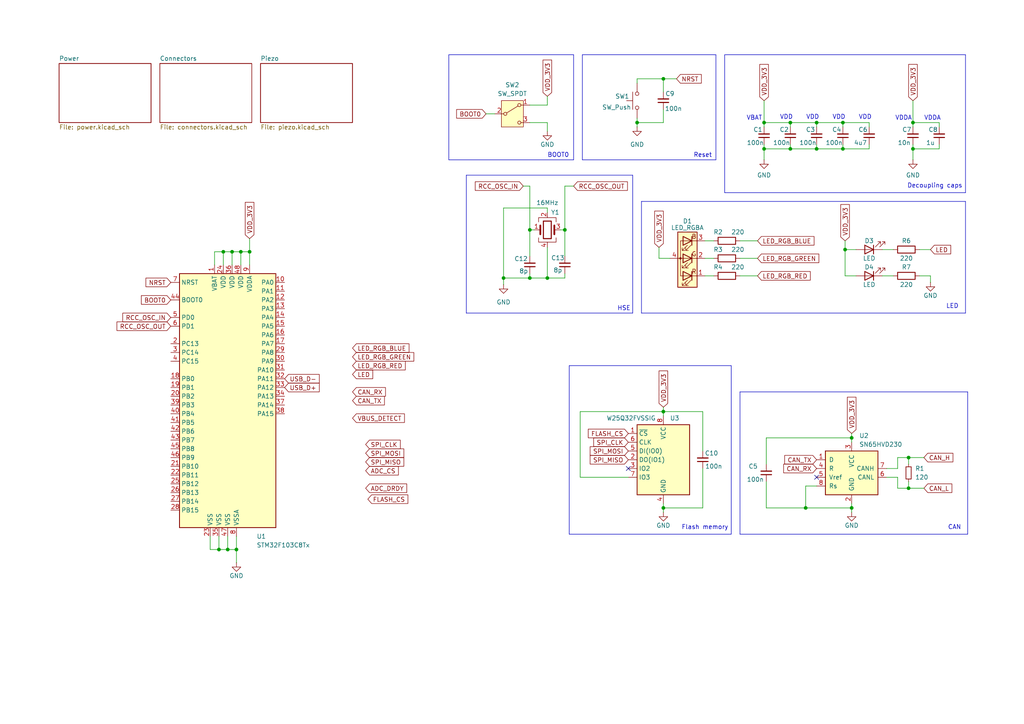
<source format=kicad_sch>
(kicad_sch (version 20231120) (generator "eeschema") (generator_version "8.0")
  (paper "A4")
  (lib_symbols
    (symbol "Device:C_Small" (pin_numbers hide) (pin_names (offset 0.254) hide)
      (property "Reference" "C" (at 0.254 1.778 0))
      (property "Value" "C_Small" (at 0.254 -2.032 0))
      (symbol "C_Small_0_1"
        (polyline (pts (xy -1.524 -0.508) (xy 1.524 -0.508)) (stroke (width 0.3302)))
        (polyline (pts (xy -1.524 0.508) (xy 1.524 0.508)) (stroke (width 0.3048)))
      )
      (symbol "C_Small_1_1"
        (pin passive line (at 0 2.54 270) (length 2.032) (name "~") (number "1"))
        (pin passive line (at 0 -2.54 90) (length 2.032) (name "~") (number "2"))
      )
    )
    (symbol "Device:Crystal_GND24" (pin_names (offset 1.016) hide)
      (property "Reference" "Y" (at 3.175 5.08 0))
      (property "Value" "Crystal_GND24" (at 3.175 3.175 0))
      (symbol "Crystal_GND24_0_1"
        (rectangle (start -1.143 2.54) (end 1.143 -2.54) (stroke (width 0.3048)))
        (polyline (pts (xy -2.54 0) (xy -2.032 0)))
        (polyline (pts (xy -2.032 -1.27) (xy -2.032 1.27)) (stroke (width 0.508)))
        (polyline (pts (xy 0 -3.81) (xy 0 -3.556)))
        (polyline (pts (xy 0 3.556) (xy 0 3.81)))
        (polyline (pts (xy 2.032 -1.27) (xy 2.032 1.27)) (stroke (width 0.508)))
        (polyline (pts (xy 2.032 0) (xy 2.54 0)))
        (polyline (pts (xy -2.54 -2.286) (xy -2.54 -3.556) (xy 2.54 -3.556) (xy 2.54 -2.286)))
        (polyline (pts (xy -2.54 2.286) (xy -2.54 3.556) (xy 2.54 3.556) (xy 2.54 2.286)))
      )
      (symbol "Crystal_GND24_1_1"
        (pin passive line (at -3.81 0 0) (length 1.27) (name "1") (number "1"))
        (pin passive line (at 0 5.08 270) (length 1.27) (name "2") (number "2"))
        (pin passive line (at 3.81 0 180) (length 1.27) (name "3") (number "3"))
        (pin passive line (at 0 -5.08 90) (length 1.27) (name "4") (number "4"))
      )
    )
    (symbol "Device:LED" (pin_numbers hide) (pin_names (offset 1.016) hide)
      (property "Reference" "D" (at 0 2.54 0))
      (property "Value" "LED" (at 0 -2.54 0))
      (symbol "LED_0_1"
        (polyline (pts (xy -1.27 -1.27) (xy -1.27 1.27)) (stroke (width 0.254)))
        (polyline (pts (xy -1.27 0) (xy 1.27 0)))
        (polyline (pts (xy 1.27 -1.27) (xy 1.27 1.27) (xy -1.27 0) (xy 1.27 -1.27)) (stroke (width 0.254)))
        (polyline (pts (xy -3.048 -0.762) (xy -4.572 -2.286) (xy -3.81 -2.286) (xy -4.572 -2.286) (xy -4.572 -1.524)))
        (polyline (pts (xy -1.778 -0.762) (xy -3.302 -2.286) (xy -2.54 -2.286) (xy -3.302 -2.286) (xy -3.302 -1.524)))
      )
      (symbol "LED_1_1"
        (pin passive line (at -3.81 0 0) (length 2.54) (name "K") (number "1"))
        (pin passive line (at 3.81 0 180) (length 2.54) (name "A") (number "2"))
      )
    )
    (symbol "Device:LED_RGBA" (pin_names (offset 0) hide)
      (property "Reference" "D" (at 0 9.398 0))
      (property "Value" "LED_RGBA" (at 0 -8.89 0))
      (symbol "LED_RGBA_0_0"
        (text "B" (at -1.905 -6.35 0) (effects (font (size 1.27 1.27))))
        (text "G" (at -1.905 -1.27 0) (effects (font (size 1.27 1.27))))
        (text "R" (at -1.905 3.81 0) (effects (font (size 1.27 1.27))))
      )
      (symbol "LED_RGBA_0_1"
        (polyline (pts (xy -1.27 -5.08) (xy -2.54 -5.08)))
        (polyline (pts (xy -1.27 -5.08) (xy 1.27 -5.08)))
        (polyline (pts (xy -1.27 -3.81) (xy -1.27 -6.35)) (stroke (width 0.254)))
        (polyline (pts (xy -1.27 0) (xy -2.54 0)))
        (polyline (pts (xy -1.27 1.27) (xy -1.27 -1.27)) (stroke (width 0.254)))
        (polyline (pts (xy -1.27 5.08) (xy -2.54 5.08)))
        (polyline (pts (xy -1.27 5.08) (xy 1.27 5.08)))
        (polyline (pts (xy -1.27 6.35) (xy -1.27 3.81)) (stroke (width 0.254)))
        (polyline (pts (xy 1.27 0) (xy -1.27 0)))
        (polyline (pts (xy 1.27 0) (xy 2.54 0)))
        (polyline (pts (xy -1.27 1.27) (xy -1.27 -1.27) (xy -1.27 -1.27)))
        (polyline (pts (xy -1.27 6.35) (xy -1.27 3.81) (xy -1.27 3.81)))
        (polyline (pts (xy 1.27 -5.08) (xy 2.032 -5.08) (xy 2.032 5.08) (xy 1.27 5.08)))
        (polyline (pts (xy 1.27 -3.81) (xy 1.27 -6.35) (xy -1.27 -5.08) (xy 1.27 -3.81)) (stroke (width 0.254)))
        (polyline (pts (xy 1.27 1.27) (xy 1.27 -1.27) (xy -1.27 0) (xy 1.27 1.27)) (stroke (width 0.254)))
        (polyline (pts (xy 1.27 6.35) (xy 1.27 3.81) (xy -1.27 5.08) (xy 1.27 6.35)) (stroke (width 0.254)))
        (polyline (pts (xy -1.016 -3.81) (xy 0.508 -2.286) (xy -0.254 -2.286) (xy 0.508 -2.286) (xy 0.508 -3.048)))
        (polyline (pts (xy -1.016 1.27) (xy 0.508 2.794) (xy -0.254 2.794) (xy 0.508 2.794) (xy 0.508 2.032)))
        (polyline (pts (xy -1.016 6.35) (xy 0.508 7.874) (xy -0.254 7.874) (xy 0.508 7.874) (xy 0.508 7.112)))
        (polyline (pts (xy 0 -3.81) (xy 1.524 -2.286) (xy 0.762 -2.286) (xy 1.524 -2.286) (xy 1.524 -3.048)))
        (polyline (pts (xy 0 1.27) (xy 1.524 2.794) (xy 0.762 2.794) (xy 1.524 2.794) (xy 1.524 2.032)))
        (polyline (pts (xy 0 6.35) (xy 1.524 7.874) (xy 0.762 7.874) (xy 1.524 7.874) (xy 1.524 7.112)))
        (rectangle (start 1.27 -1.27) (end 1.27 1.27))
        (rectangle (start 1.27 1.27) (end 1.27 1.27))
        (rectangle (start 1.27 3.81) (end 1.27 6.35))
        (rectangle (start 1.27 6.35) (end 1.27 6.35))
        (circle (center 2.032 0) (radius 0.254) (fill (type outline)))
        (rectangle (start 2.794 8.382) (end -2.794 -7.62) (stroke (width 0.254)) (fill (type background)))
      )
      (symbol "LED_RGBA_1_1"
        (pin passive line (at -5.08 5.08 0) (length 2.54) (name "RK") (number "1"))
        (pin passive line (at -5.08 0 0) (length 2.54) (name "GK") (number "2"))
        (pin passive line (at -5.08 -5.08 0) (length 2.54) (name "BK") (number "3"))
        (pin passive line (at 5.08 0 180) (length 2.54) (name "A") (number "4"))
      )
    )
    (symbol "Device:R" (pin_numbers hide) (pin_names (offset 0))
      (property "Reference" "R" (at 2.032 0 90))
      (property "Value" "R" (at 0 0 90))
      (symbol "R_0_1"
        (rectangle (start -1.016 -2.54) (end 1.016 2.54) (stroke (width 0.254)))
      )
      (symbol "R_1_1"
        (pin passive line (at 0 3.81 270) (length 1.27) (name "~") (number "1"))
        (pin passive line (at 0 -3.81 90) (length 1.27) (name "~") (number "2"))
      )
    )
    (symbol "Device:R_Small" (pin_numbers hide) (pin_names (offset 0.254) hide)
      (property "Reference" "R" (at 0.762 0.508 0))
      (property "Value" "R_Small" (at 0.762 -1.016 0))
      (symbol "R_Small_0_1"
        (rectangle (start -0.762 1.778) (end 0.762 -1.778) (stroke (width 0.2032)))
      )
      (symbol "R_Small_1_1"
        (pin passive line (at 0 2.54 270) (length 0.762) (name "~") (number "1"))
        (pin passive line (at 0 -2.54 90) (length 0.762) (name "~") (number "2"))
      )
    )
    (symbol "GND_1" (power) (pin_numbers hide) (pin_names (offset 0) hide)
      (property "Value" "GND" (at 0 -3.81 0))
      (symbol "GND_1_0_1"
        (polyline (pts (xy 0 0) (xy 0 -1.27) (xy 1.27 -1.27) (xy 0 -2.54) (xy -1.27 -1.27) (xy 0 -1.27)))
      )
      (symbol "GND_1_1_1"
        (pin power_in line (at 0 0 270) (length 0) (name "~") (number "1"))
      )
    )
    (symbol "GND_2" (power) (pin_numbers hide) (pin_names (offset 0) hide)
      (property "Value" "GND" (at 0 -3.81 0))
      (symbol "GND_2_0_1"
        (polyline (pts (xy 0 0) (xy 0 -1.27) (xy 1.27 -1.27) (xy 0 -2.54) (xy -1.27 -1.27) (xy 0 -1.27)))
      )
      (symbol "GND_2_1_1"
        (pin power_in line (at 0 0 270) (length 0) (name "~") (number "1"))
      )
    )
    (symbol "Interface_CAN_LIN:SN65HVD230" (pin_names (offset 1.016))
      (property "Reference" "U" (at -2.54 10.16 0))
      (property "Value" "SN65HVD230" (at -2.54 7.62 0))
      (symbol "SN65HVD230_0_1"
        (rectangle (start -7.62 5.08) (end 7.62 -7.62) (stroke (width 0.254)) (fill (type background)))
      )
      (symbol "SN65HVD230_1_1"
        (pin input line (at -10.16 2.54 0) (length 2.54) (name "D") (number "1"))
        (pin power_in line (at 0 -10.16 90) (length 2.54) (name "GND") (number "2"))
        (pin power_in line (at 0 7.62 270) (length 2.54) (name "VCC") (number "3"))
        (pin output line (at -10.16 0 0) (length 2.54) (name "R") (number "4"))
        (pin output line (at -10.16 -2.54 0) (length 2.54) (name "Vref") (number "5"))
        (pin bidirectional line (at 10.16 -2.54 180) (length 2.54) (name "CANL") (number "6"))
        (pin bidirectional line (at 10.16 0 180) (length 2.54) (name "CANH") (number "7"))
        (pin input line (at -10.16 -5.08 0) (length 2.54) (name "Rs") (number "8"))
      )
    )
    (symbol "MCU_ST_STM32F1:STM32F103C8Tx"
      (property "Reference" "U1" (at 9.652 -38.1 0))
      (property "Value" "STM32F103C8Tx" (at 9.652 -40.64 0))
      (symbol "STM32F103C8Tx_0_1"
        (rectangle (start -12.7 -35.56) (end 15.24 38.1) (stroke (width 0.254)) (fill (type background)))
      )
      (symbol "STM32F103C8Tx_1_1"
        (pin power_in line (at -2.54 40.64 270) (length 2.54) (name "VBAT") (number "1"))
        (pin bidirectional line (at 17.78 35.56 180) (length 2.54) (name "PA0") (number "10"))
        (pin bidirectional line (at 17.78 33.02 180) (length 2.54) (name "PA1") (number "11"))
        (pin bidirectional line (at 17.78 30.48 180) (length 2.54) (name "PA2") (number "12"))
        (pin bidirectional line (at 17.78 27.94 180) (length 2.54) (name "PA3") (number "13"))
        (pin bidirectional line (at 17.78 25.4 180) (length 2.54) (name "PA4") (number "14"))
        (pin bidirectional line (at 17.78 22.86 180) (length 2.54) (name "PA5") (number "15"))
        (pin bidirectional line (at 17.78 20.32 180) (length 2.54) (name "PA6") (number "16"))
        (pin bidirectional line (at 17.78 17.78 180) (length 2.54) (name "PA7") (number "17"))
        (pin bidirectional line (at -15.24 7.62 0) (length 2.54) (name "PB0") (number "18"))
        (pin bidirectional line (at -15.24 5.08 0) (length 2.54) (name "PB1") (number "19"))
        (pin bidirectional line (at -15.24 17.78 0) (length 2.54) (name "PC13") (number "2"))
        (pin bidirectional line (at -15.24 2.54 0) (length 2.54) (name "PB2") (number "20"))
        (pin bidirectional line (at -15.24 -17.78 0) (length 2.54) (name "PB10") (number "21"))
        (pin bidirectional line (at -15.24 -20.32 0) (length 2.54) (name "PB11") (number "22"))
        (pin power_in line (at -3.81 -38.1 90) (length 2.54) (name "VSS") (number "23"))
        (pin power_in line (at 0 40.64 270) (length 2.54) (name "VDD") (number "24"))
        (pin bidirectional line (at -15.24 -22.86 0) (length 2.54) (name "PB12") (number "25"))
        (pin bidirectional line (at -15.24 -25.4 0) (length 2.54) (name "PB13") (number "26"))
        (pin bidirectional line (at -15.24 -27.94 0) (length 2.54) (name "PB14") (number "27"))
        (pin bidirectional line (at -15.24 -30.48 0) (length 2.54) (name "PB15") (number "28"))
        (pin bidirectional line (at 17.78 15.24 180) (length 2.54) (name "PA8") (number "29"))
        (pin bidirectional line (at -15.24 15.24 0) (length 2.54) (name "PC14") (number "3"))
        (pin bidirectional line (at 17.78 12.7 180) (length 2.54) (name "PA9") (number "30"))
        (pin bidirectional line (at 17.78 10.16 180) (length 2.54) (name "PA10") (number "31"))
        (pin bidirectional line (at 17.78 7.62 180) (length 2.54) (name "PA11") (number "32"))
        (pin bidirectional line (at 17.78 5.08 180) (length 2.54) (name "PA12") (number "33"))
        (pin bidirectional line (at 17.78 2.54 180) (length 2.54) (name "PA13") (number "34"))
        (pin passive line (at -1.27 -38.1 90) (length 2.54) (name "VSS") (number "35"))
        (pin power_in line (at 2.54 40.64 270) (length 2.54) (name "VDD") (number "36"))
        (pin bidirectional line (at 17.78 0 180) (length 2.54) (name "PA14") (number "37"))
        (pin bidirectional line (at 17.78 -2.54 180) (length 2.54) (name "PA15") (number "38"))
        (pin bidirectional line (at -15.24 0 0) (length 2.54) (name "PB3") (number "39"))
        (pin bidirectional line (at -15.24 12.7 0) (length 2.54) (name "PC15") (number "4"))
        (pin bidirectional line (at -15.24 -2.54 0) (length 2.54) (name "PB4") (number "40"))
        (pin bidirectional line (at -15.24 -5.08 0) (length 2.54) (name "PB5") (number "41"))
        (pin bidirectional line (at -15.24 -7.62 0) (length 2.54) (name "PB6") (number "42"))
        (pin bidirectional line (at -15.24 -10.16 0) (length 2.54) (name "PB7") (number "43"))
        (pin input line (at -15.24 30.48 0) (length 2.54) (name "BOOT0") (number "44"))
        (pin bidirectional line (at -15.24 -12.7 0) (length 2.54) (name "PB8") (number "45"))
        (pin bidirectional line (at -15.24 -15.24 0) (length 2.54) (name "PB9") (number "46"))
        (pin passive line (at 1.27 -38.1 90) (length 2.54) (name "VSS") (number "47"))
        (pin power_in line (at 5.08 40.64 270) (length 2.54) (name "VDD") (number "48"))
        (pin bidirectional line (at -15.24 25.4 0) (length 2.54) (name "PD0") (number "5"))
        (pin bidirectional line (at -15.24 22.86 0) (length 2.54) (name "PD1") (number "6"))
        (pin input line (at -15.24 35.56 0) (length 2.54) (name "NRST") (number "7"))
        (pin power_in line (at 3.81 -38.1 90) (length 2.54) (name "VSSA") (number "8"))
        (pin power_in line (at 7.62 40.64 270) (length 2.54) (name "VDDA") (number "9"))
      )
    )
    (symbol "Memory_Flash:W25Q32JVSS"
      (property "Reference" "U" (at -6.35 11.43 0))
      (property "Value" "W25Q32JVSS" (at 7.62 11.43 0))
      (symbol "W25Q32JVSS_0_1"
        (rectangle (start -7.62 10.16) (end 7.62 -10.16) (stroke (width 0.254)) (fill (type background)))
      )
      (symbol "W25Q32JVSS_1_1"
        (pin input line (at -10.16 7.62 0) (length 2.54) (name "~{CS}") (number "1"))
        (pin bidirectional line (at -10.16 0 0) (length 2.54) (name "DO(IO1)") (number "2"))
        (pin bidirectional line (at -10.16 -2.54 0) (length 2.54) (name "IO2") (number "3"))
        (pin power_in line (at 0 -12.7 90) (length 2.54) (name "GND") (number "4"))
        (pin bidirectional line (at -10.16 2.54 0) (length 2.54) (name "DI(IO0)") (number "5"))
        (pin input line (at -10.16 5.08 0) (length 2.54) (name "CLK") (number "6"))
        (pin bidirectional line (at -10.16 -5.08 0) (length 2.54) (name "IO3") (number "7"))
        (pin power_in line (at 0 12.7 270) (length 2.54) (name "VCC") (number "8"))
      )
    )
    (symbol "Switch:SW_Push" (pin_numbers hide) (pin_names (offset 1.016) hide)
      (property "Reference" "SW" (at 1.27 2.54 0))
      (property "Value" "SW_Push" (at 0 -1.524 0))
      (symbol "SW_Push_0_1"
        (circle (center -2.032 0) (radius 0.508))
        (polyline (pts (xy 0 1.27) (xy 0 3.048)))
        (polyline (pts (xy 2.54 1.27) (xy -2.54 1.27)))
        (circle (center 2.032 0) (radius 0.508))
        (pin passive line (at -5.08 0 0) (length 2.54) (name "1") (number "1"))
        (pin passive line (at 5.08 0 180) (length 2.54) (name "2") (number "2"))
      )
    )
    (symbol "Switch:SW_SPDT" (pin_names (offset 0) hide)
      (property "Reference" "SW" (at 0 5.08 0))
      (property "Value" "SW_SPDT" (at 0 -5.08 0))
      (symbol "SW_SPDT_0_1"
        (circle (center -2.032 0) (radius 0.4572))
        (polyline (pts (xy -1.651 0.254) (xy 1.651 2.286)))
        (circle (center 2.032 -2.54) (radius 0.4572))
        (circle (center 2.032 2.54) (radius 0.4572))
      )
      (symbol "SW_SPDT_1_1"
        (rectangle (start -3.175 3.81) (end 3.175 -3.81) (fill (type background)))
        (pin passive line (at 5.08 2.54 180) (length 2.54) (name "A") (number "1"))
        (pin passive line (at -5.08 0 0) (length 2.54) (name "B") (number "2"))
        (pin passive line (at 5.08 -2.54 180) (length 2.54) (name "C") (number "3"))
      )
    )
    (symbol "power:GND" (power) (pin_numbers hide) (pin_names (offset 0) hide)
      (property "Value" "GND" (at 0 -3.81 0))
      (symbol "GND_0_1"
        (polyline (pts (xy 0 0) (xy 0 -1.27) (xy 1.27 -1.27) (xy 0 -2.54) (xy -1.27 -1.27) (xy 0 -1.27)))
      )
      (symbol "GND_1_1"
        (pin power_in line (at 0 0 270) (length 0) (name "~") (number "1"))
      )
    )
  )
  (junction (at 68.58 159.385))
  (junction (at 221.615 35.56))
  (junction (at 236.855 35.56))
  (junction (at 67.31 73.025))
  (junction (at 244.475 35.56))
  (junction (at 247.015 127))
  (junction (at 69.85 73.025))
  (junction (at 192.405 22.86))
  (junction (at 146.05 80.645))
  (junction (at 64.77 73.025))
  (junction (at 264.795 35.56))
  (junction (at 244.475 43.18))
  (junction (at 192.405 147.32))
  (junction (at 163.83 66.675))
  (junction (at 229.235 43.18))
  (junction (at 263.525 132.715))
  (junction (at 245.11 72.39))
  (junction (at 229.235 35.56))
  (junction (at 263.525 141.605))
  (junction (at 66.04 159.385))
  (junction (at 192.405 119.38))
  (junction (at 264.795 43.18))
  (junction (at 153.67 66.675))
  (junction (at 63.5 159.385))
  (junction (at 184.785 35.56))
  (junction (at 236.855 43.18))
  (junction (at 153.67 80.645))
  (junction (at 158.75 80.645))
  (junction (at 221.615 43.18))
  (junction (at 247.015 147.32))
  (junction (at 233.68 147.32))
  (junction (at 72.39 73.025))
  (no_connect (at 182.245 135.89))
  (no_connect (at 236.855 138.43))
  (wire (pts (xy 247.015 125.73) (xy 247.015 127)))
  (wire (pts (xy 245.11 72.39) (xy 245.11 80.01)))
  (wire (pts (xy 72.39 76.835) (xy 72.39 73.025)))
  (wire (pts (xy 221.615 43.18) (xy 221.615 46.355)))
  (wire (pts (xy 162.56 66.675) (xy 163.83 66.675)))
  (wire (pts (xy 245.11 72.39) (xy 248.285 72.39)))
  (wire (pts (xy 229.235 35.56) (xy 221.615 35.56)))
  (wire (pts (xy 192.405 118.11) (xy 192.405 119.38)))
  (wire (pts (xy 60.96 155.575) (xy 60.96 159.385)))
  (wire (pts (xy 153.67 35.56) (xy 158.75 35.56)))
  (polyline (pts (xy 165.1 154.94) (xy 212.09 154.94)))
  (polyline (pts (xy 212.09 106.045) (xy 212.09 154.94)))
  (wire (pts (xy 264.795 36.83) (xy 264.795 35.56)))
  (wire (pts (xy 69.85 73.025) (xy 67.31 73.025)))
  (wire (pts (xy 247.015 127) (xy 247.015 128.27)))
  (wire (pts (xy 182.245 138.43) (xy 168.275 138.43)))
  (wire (pts (xy 272.415 35.56) (xy 272.415 36.83)))
  (polyline (pts (xy 168.91 15.875) (xy 207.645 15.875)))
  (wire (pts (xy 221.615 43.18) (xy 221.615 41.91)))
  (wire (pts (xy 203.835 119.38) (xy 203.835 130.81)))
  (wire (pts (xy 192.405 146.05) (xy 192.405 147.32)))
  (wire (pts (xy 153.67 53.975) (xy 151.765 53.975)))
  (wire (pts (xy 221.615 35.56) (xy 221.615 36.83)))
  (wire (pts (xy 229.235 35.56) (xy 236.855 35.56)))
  (wire (pts (xy 192.405 22.86) (xy 196.215 22.86)))
  (wire (pts (xy 247.015 147.32) (xy 247.015 148.59)))
  (wire (pts (xy 192.405 147.32) (xy 192.405 148.59)))
  (wire (pts (xy 244.475 35.56) (xy 252.095 35.56)))
  (polyline (pts (xy 210.185 15.875) (xy 280.035 15.875)))
  (wire (pts (xy 229.235 43.18) (xy 236.855 43.18)))
  (wire (pts (xy 255.905 80.01) (xy 259.08 80.01)))
  (wire (pts (xy 252.095 41.91) (xy 252.095 43.18)))
  (wire (pts (xy 245.11 69.85) (xy 245.11 72.39)))
  (wire (pts (xy 263.525 141.605) (xy 267.97 141.605)))
  (wire (pts (xy 68.58 159.385) (xy 68.58 155.575)))
  (polyline (pts (xy 135.255 50.8) (xy 183.515 50.8)))
  (wire (pts (xy 214.63 80.01) (xy 219.71 80.01)))
  (polyline (pts (xy 280.035 90.805) (xy 186.055 90.805)))
  (wire (pts (xy 64.77 76.835) (xy 64.77 73.025)))
  (wire (pts (xy 192.405 31.75) (xy 192.405 35.56)))
  (wire (pts (xy 63.5 155.575) (xy 63.5 159.385)))
  (wire (pts (xy 146.05 80.645) (xy 146.05 82.55)))
  (wire (pts (xy 221.615 29.21) (xy 221.615 35.56)))
  (wire (pts (xy 260.35 132.715) (xy 263.525 132.715)))
  (polyline (pts (xy 166.37 46.355) (xy 166.37 15.875)))
  (wire (pts (xy 236.855 140.97) (xy 233.68 140.97)))
  (wire (pts (xy 67.31 73.025) (xy 64.77 73.025)))
  (wire (pts (xy 163.83 53.975) (xy 163.83 66.675)))
  (wire (pts (xy 266.7 80.01) (xy 269.875 80.01)))
  (wire (pts (xy 236.855 41.91) (xy 236.855 43.18)))
  (wire (pts (xy 264.795 43.18) (xy 264.795 46.355)))
  (wire (pts (xy 69.85 76.835) (xy 69.85 73.025)))
  (wire (pts (xy 264.795 43.18) (xy 272.415 43.18)))
  (wire (pts (xy 63.5 159.385) (xy 66.04 159.385)))
  (wire (pts (xy 222.25 127) (xy 247.015 127)))
  (polyline (pts (xy 183.515 90.805) (xy 135.255 90.805)))
  (wire (pts (xy 229.235 43.18) (xy 221.615 43.18)))
  (wire (pts (xy 192.405 147.32) (xy 203.835 147.32)))
  (polyline (pts (xy 183.515 50.8) (xy 183.515 90.805)))
  (wire (pts (xy 204.47 69.85) (xy 207.01 69.85)))
  (wire (pts (xy 229.235 36.83) (xy 229.235 35.56)))
  (wire (pts (xy 184.785 22.86) (xy 192.405 22.86)))
  (wire (pts (xy 191.135 74.93) (xy 191.135 71.755)))
  (wire (pts (xy 158.75 27.94) (xy 158.75 30.48)))
  (wire (pts (xy 204.47 80.01) (xy 207.01 80.01)))
  (wire (pts (xy 252.095 36.83) (xy 252.095 35.56)))
  (wire (pts (xy 68.58 163.195) (xy 68.58 159.385)))
  (wire (pts (xy 263.525 139.7) (xy 263.525 141.605)))
  (wire (pts (xy 146.05 60.325) (xy 146.05 80.645)))
  (wire (pts (xy 163.83 74.295) (xy 163.83 66.675)))
  (wire (pts (xy 236.855 35.56) (xy 244.475 35.56)))
  (polyline (pts (xy 168.91 46.355) (xy 168.91 15.875)))
  (wire (pts (xy 66.04 155.575) (xy 66.04 159.385)))
  (wire (pts (xy 236.855 35.56) (xy 236.855 36.83)))
  (wire (pts (xy 146.05 80.645) (xy 153.67 80.645)))
  (polyline (pts (xy 280.035 15.875) (xy 280.035 55.88)))
  (polyline (pts (xy 166.37 15.875) (xy 130.175 15.875)))
  (polyline (pts (xy 280.035 58.42) (xy 280.035 90.805)))
  (wire (pts (xy 72.39 73.025) (xy 72.39 69.215)))
  (wire (pts (xy 244.475 36.83) (xy 244.475 35.56)))
  (wire (pts (xy 260.35 132.715) (xy 260.35 135.89)))
  (wire (pts (xy 263.525 132.715) (xy 267.97 132.715)))
  (wire (pts (xy 245.11 80.01) (xy 248.285 80.01)))
  (wire (pts (xy 153.67 79.375) (xy 153.67 80.645)))
  (wire (pts (xy 192.405 119.38) (xy 192.405 120.65)))
  (wire (pts (xy 60.96 159.385) (xy 63.5 159.385)))
  (wire (pts (xy 158.75 80.645) (xy 163.83 80.645)))
  (wire (pts (xy 244.475 43.18) (xy 252.095 43.18)))
  (wire (pts (xy 158.75 60.325) (xy 146.05 60.325)))
  (wire (pts (xy 244.475 41.91) (xy 244.475 43.18)))
  (wire (pts (xy 257.175 138.43) (xy 260.35 138.43)))
  (wire (pts (xy 264.795 29.21) (xy 264.795 35.56)))
  (wire (pts (xy 153.67 66.675) (xy 154.94 66.675)))
  (wire (pts (xy 66.04 159.385) (xy 68.58 159.385)))
  (wire (pts (xy 64.77 73.025) (xy 62.23 73.025)))
  (wire (pts (xy 163.83 79.375) (xy 163.83 80.645)))
  (wire (pts (xy 204.47 74.93) (xy 207.01 74.93)))
  (polyline (pts (xy 135.255 50.8) (xy 135.255 90.805)))
  (polyline (pts (xy 165.1 106.045) (xy 165.1 154.94)))
  (polyline (pts (xy 212.09 106.045) (xy 165.1 106.045)))
  (wire (pts (xy 264.795 41.91) (xy 264.795 43.18)))
  (polyline (pts (xy 130.175 15.875) (xy 130.175 46.355)))
  (wire (pts (xy 192.405 22.86) (xy 192.405 26.67)))
  (polyline (pts (xy 210.185 55.88) (xy 280.035 55.88)))
  (polyline (pts (xy 214.63 154.94) (xy 280.67 154.94)))
  (wire (pts (xy 168.275 119.38) (xy 192.405 119.38)))
  (wire (pts (xy 153.67 80.645) (xy 158.75 80.645)))
  (wire (pts (xy 233.68 147.32) (xy 247.015 147.32)))
  (wire (pts (xy 62.23 73.025) (xy 62.23 76.835)))
  (wire (pts (xy 184.785 24.13) (xy 184.785 22.86)))
  (wire (pts (xy 272.415 41.91) (xy 272.415 43.18)))
  (wire (pts (xy 260.35 141.605) (xy 263.525 141.605)))
  (wire (pts (xy 247.015 146.05) (xy 247.015 147.32)))
  (wire (pts (xy 269.875 81.915) (xy 269.875 80.01)))
  (wire (pts (xy 260.35 138.43) (xy 260.35 141.605)))
  (wire (pts (xy 222.25 127) (xy 222.25 134.62)))
  (wire (pts (xy 153.67 30.48) (xy 158.75 30.48)))
  (wire (pts (xy 192.405 35.56) (xy 184.785 35.56)))
  (polyline (pts (xy 186.055 58.42) (xy 186.055 90.805)))
  (wire (pts (xy 184.785 35.56) (xy 184.785 34.29)))
  (polyline (pts (xy 130.175 46.355) (xy 166.37 46.355)))
  (wire (pts (xy 255.905 72.39) (xy 259.08 72.39)))
  (wire (pts (xy 168.275 119.38) (xy 168.275 138.43)))
  (wire (pts (xy 264.795 35.56) (xy 272.415 35.56)))
  (wire (pts (xy 266.7 72.39) (xy 269.875 72.39)))
  (polyline (pts (xy 207.645 15.875) (xy 207.645 46.355)))
  (wire (pts (xy 158.75 35.56) (xy 158.75 38.1)))
  (polyline (pts (xy 168.91 46.355) (xy 207.645 46.355)))
  (wire (pts (xy 214.63 69.85) (xy 219.71 69.85)))
  (wire (pts (xy 67.31 73.025) (xy 67.31 76.835)))
  (wire (pts (xy 222.25 139.7) (xy 222.25 147.32)))
  (wire (pts (xy 229.235 41.91) (xy 229.235 43.18)))
  (wire (pts (xy 203.835 135.89) (xy 203.835 147.32)))
  (wire (pts (xy 257.175 135.89) (xy 260.35 135.89)))
  (wire (pts (xy 153.67 74.295) (xy 153.67 66.675)))
  (wire (pts (xy 222.25 147.32) (xy 233.68 147.32)))
  (wire (pts (xy 153.67 53.975) (xy 153.67 66.675)))
  (wire (pts (xy 244.475 43.18) (xy 236.855 43.18)))
  (wire (pts (xy 166.37 53.975) (xy 163.83 53.975)))
  (wire (pts (xy 214.63 74.93) (xy 219.71 74.93)))
  (polyline (pts (xy 214.63 113.665) (xy 280.67 113.665)))
  (wire (pts (xy 192.405 119.38) (xy 203.835 119.38)))
  (wire (pts (xy 184.785 35.56) (xy 184.785 36.83)))
  (wire (pts (xy 233.68 140.97) (xy 233.68 147.32)))
  (wire (pts (xy 158.75 60.325) (xy 158.75 61.595)))
  (wire (pts (xy 191.135 74.93) (xy 194.31 74.93)))
  (wire (pts (xy 263.525 132.715) (xy 263.525 134.62)))
  (wire (pts (xy 72.39 73.025) (xy 69.85 73.025)))
  (polyline (pts (xy 280.67 113.665) (xy 280.67 154.94)))
  (wire (pts (xy 158.75 71.755) (xy 158.75 80.645)))
  (polyline (pts (xy 210.185 55.88) (xy 210.185 15.875)))
  (wire (pts (xy 140.97 33.02) (xy 143.51 33.02)))
  (polyline (pts (xy 214.63 154.94) (xy 214.63 113.665)))
  (polyline (pts (xy 186.055 58.42) (xy 280.035 58.42)))
  (text "VDD\n" (at 237.617 34.798 0) (effects (font (size 1.27 1.27)) (justify right bottom)))
  (text "Decoupling caps" (at 271.145 53.975 0) (effects (font (size 1.27 1.27))))
  (text "Reset" (at 203.835 45.085 0) (effects (font (size 1.27 1.27))))
  (text "CAN" (at 276.86 153.035 0) (effects (font (size 1.27 1.27))))
  (text "VDDA" (at 264.541 35.052 0) (effects (font (size 1.27 1.27)) (justify right bottom)))
  (text "VDD\n" (at 245.237 34.798 0) (effects (font (size 1.27 1.27)) (justify right bottom)))
  (text "BOOT0" (at 161.925 45.085 0) (effects (font (size 1.27 1.27))))
  (text "LED" (at 276.225 88.9 0) (effects (font (size 1.27 1.27))))
  (text "Flash memory" (at 204.47 153.035 0) (effects (font (size 1.27 1.27))))
  (text "VDDA" (at 272.923 35.052 0) (effects (font (size 1.27 1.27)) (justify right bottom)))
  (text "HSE" (at 180.975 89.535 0) (effects (font (size 1.27 1.27))))
  (text "VDD\n" (at 229.997 34.798 0) (effects (font (size 1.27 1.27)) (justify right bottom)))
  (text "VDD\n" (at 252.857 34.798 0) (effects (font (size 1.27 1.27)) (justify right bottom)))
  (text "VBAT" (at 221.107 35.052 0) (effects (font (size 1.27 1.27)) (justify right bottom)))
  (global_label "CAN_RX" (shape input) (at 236.855 135.89 180) (property "Intersheetrefs" "${INTERSHEET_REFS}" (effects (hide yes))))
  (global_label "LED_RGB_RED" (shape input) (at 219.71 80.01 0) (property "Intersheetrefs" "${INTERSHEET_REFS}" (effects (hide yes))))
  (global_label "LED_RGB_GREEN" (shape input) (at 219.71 74.93 0) (property "Intersheetrefs" "${INTERSHEET_REFS}" (effects (hide yes))))
  (global_label "VDD_3V3" (shape input) (at 158.75 27.94 90) (property "Intersheetrefs" "${INTERSHEET_REFS}" (effects (hide yes))))
  (global_label "CAN_TX" (shape input) (at 236.855 133.35 180) (property "Intersheetrefs" "${INTERSHEET_REFS}" (effects (hide yes))))
  (global_label "BOOT0" (shape input) (at 140.97 33.02 180) (property "Intersheetrefs" "${INTERSHEET_REFS}" (effects (hide yes))))
  (global_label "NRST" (shape input) (at 49.53 81.915 180) (property "Intersheetrefs" "${INTERSHEET_REFS}" (effects (hide yes))))
  (global_label "BOOT0" (shape input) (at 49.53 86.995 180) (property "Intersheetrefs" "${INTERSHEET_REFS}" (effects (hide yes))))
  (global_label "ADC_DRDY" (shape input) (at 106.045 141.605 0) (property "Intersheetrefs" "${INTERSHEET_REFS}" (effects (hide yes))))
  (global_label "LED" (shape input) (at 269.875 72.39 0) (property "Intersheetrefs" "${INTERSHEET_REFS}" (effects (hide yes))))
  (global_label "VDD_3V3" (shape input) (at 247.015 125.73 90) (property "Intersheetrefs" "${INTERSHEET_REFS}" (effects (hide yes))))
  (global_label "LED_RGB_BLUE" (shape input) (at 102.235 100.965 0) (property "Intersheetrefs" "${INTERSHEET_REFS}" (effects (hide yes))))
  (global_label "CAN_TX" (shape input) (at 102.235 116.205 0) (property "Intersheetrefs" "${INTERSHEET_REFS}" (effects (hide yes))))
  (global_label "SPI_CLK" (shape input) (at 106.045 128.905 0) (property "Intersheetrefs" "${INTERSHEET_REFS}" (effects (hide yes))))
  (global_label "LED" (shape input) (at 102.235 108.585 0) (property "Intersheetrefs" "${INTERSHEET_REFS}" (effects (hide yes))))
  (global_label "VDD_3V3" (shape input) (at 264.795 29.21 90) (property "Intersheetrefs" "${INTERSHEET_REFS}" (effects (hide yes))))
  (global_label "LED_RGB_BLUE" (shape input) (at 219.71 69.85 0) (property "Intersheetrefs" "${INTERSHEET_REFS}" (effects (hide yes))))
  (global_label "RCC_OSC_IN" (shape input) (at 49.53 92.075 180) (property "Intersheetrefs" "${INTERSHEET_REFS}" (effects (hide yes))))
  (global_label "FLASH_CS" (shape input) (at 106.68 144.78 0) (property "Intersheetrefs" "${INTERSHEET_REFS}" (effects (hide yes))))
  (global_label "SPI_MOSI" (shape input) (at 106.045 131.445 0) (property "Intersheetrefs" "${INTERSHEET_REFS}" (effects (hide yes))))
  (global_label "CAN_H" (shape input) (at 267.97 132.715 0) (property "Intersheetrefs" "${INTERSHEET_REFS}" (effects (hide yes))))
  (global_label "RCC_OSC_OUT" (shape input) (at 49.53 94.615 180) (property "Intersheetrefs" "${INTERSHEET_REFS}" (effects (hide yes))))
  (global_label "RCC_OSC_IN" (shape input) (at 151.765 53.975 180) (property "Intersheetrefs" "${INTERSHEET_REFS}" (effects (hide yes))))
  (global_label "VDD_3V3" (shape input) (at 221.615 29.21 90) (property "Intersheetrefs" "${INTERSHEET_REFS}" (effects (hide yes))))
  (global_label "CAN_RX" (shape input) (at 102.235 113.665 0) (property "Intersheetrefs" "${INTERSHEET_REFS}" (effects (hide yes))))
  (global_label "VBUS_DETECT" (shape input) (at 102.235 121.285 0) (property "Intersheetrefs" "${INTERSHEET_REFS}" (effects (hide yes))))
  (global_label "FLASH_CS" (shape input) (at 182.245 125.73 180) (property "Intersheetrefs" "${INTERSHEET_REFS}" (effects (hide yes))))
  (global_label "VDD_3V3" (shape input) (at 192.405 118.11 90) (property "Intersheetrefs" "${INTERSHEET_REFS}" (effects (hide yes))))
  (global_label "RCC_OSC_OUT" (shape input) (at 166.37 53.975 0) (property "Intersheetrefs" "${INTERSHEET_REFS}" (effects (hide yes))))
  (global_label "ADC_CS" (shape input) (at 106.045 136.525 0) (property "Intersheetrefs" "${INTERSHEET_REFS}" (effects (hide yes))))
  (global_label "VDD_3V3" (shape input) (at 191.135 71.755 90) (property "Intersheetrefs" "${INTERSHEET_REFS}" (effects (hide yes))))
  (global_label "SPI_MISO" (shape input) (at 182.245 133.35 180) (property "Intersheetrefs" "${INTERSHEET_REFS}" (effects (hide yes))))
  (global_label "CAN_L" (shape input) (at 267.97 141.605 0) (property "Intersheetrefs" "${INTERSHEET_REFS}" (effects (hide yes))))
  (global_label "LED_RGB_GREEN" (shape input) (at 102.235 103.505 0) (property "Intersheetrefs" "${INTERSHEET_REFS}" (effects (hide yes))))
  (global_label "NRST" (shape input) (at 196.215 22.86 0) (property "Intersheetrefs" "${INTERSHEET_REFS}" (effects (hide yes))))
  (global_label "LED_RGB_RED" (shape input) (at 102.235 106.045 0) (property "Intersheetrefs" "${INTERSHEET_REFS}" (effects (hide yes))))
  (global_label "SPI_CLK" (shape input) (at 182.245 128.27 180) (property "Intersheetrefs" "${INTERSHEET_REFS}" (effects (hide yes))))
  (global_label "VDD_3V3" (shape input) (at 72.39 69.215 90) (property "Intersheetrefs" "${INTERSHEET_REFS}" (effects (hide yes))))
  (global_label "SPI_MISO" (shape input) (at 106.045 133.985 0) (property "Intersheetrefs" "${INTERSHEET_REFS}" (effects (hide yes))))
  (global_label "USB_D+" (shape input) (at 82.55 112.395 0) (property "Intersheetrefs" "${INTERSHEET_REFS}" (effects (hide yes))))
  (global_label "SPI_MOSI" (shape input) (at 182.245 130.81 180) (property "Intersheetrefs" "${INTERSHEET_REFS}" (effects (hide yes))))
  (global_label "VDD_3V3" (shape input) (at 245.11 69.85 90) (property "Intersheetrefs" "${INTERSHEET_REFS}" (effects (hide yes))))
  (global_label "USB_D-" (shape input) (at 82.55 109.855 0) (property "Intersheetrefs" "${INTERSHEET_REFS}" (effects (hide yes))))
  (symbol (lib_id "power:GND") (at 221.615 46.355 0) (unit 1)
    (property "Reference" "#PWR02" (effects (hide yes)))
    (property "Value" "GND" (at 221.615 50.8 0))
  )
  (symbol (lib_id "Device:C_Small") (at 221.615 39.37 180) (unit 1)
    (property "Reference" "C1" (at 219.837 37.592 0))
    (property "Value" "100n" (at 219.075 41.402 0))
    (property "Footprint" "Capacitor_SMD:C_0603_1608Metric" (effects (hide yes)))
  )
  (symbol (lib_id "power:GND") (at 68.58 163.195 0) (unit 1)
    (property "Reference" "#PWR01" (effects (hide yes)))
    (property "Value" "GND" (at 68.58 167.005 0))
    (property "Description" "Power symbol creates a global label with name \"GND\" , ground" (effects (hide yes)))
  )
  (symbol (lib_id "Device:LED_RGBA") (at 199.39 74.93 180) (unit 1)
    (property "Reference" "D1" (at 199.39 64.135 0))
    (property "Value" "LED_RGBA" (at 199.39 66.04 0))
    (property "Footprint" "LED_SMD:LED_Cree-PLCC4_3.2x2.8mm_CCW" (effects (hide yes)))
    (property "Description" "RGB LED, red/green/blue/anode" (effects (hide yes)))
  )
  (symbol (lib_id "Device:R") (at 210.82 74.93 90) (unit 1)
    (property "Reference" "R3" (at 208.28 72.39 90))
    (property "Value" "220" (at 213.995 72.39 90))
    (property "Footprint" "Resistor_SMD:R_0603_1608Metric" (effects (hide yes)))
    (property "Description" "Resistor" (effects (hide yes)))
  )
  (symbol (lib_id "Device:R_Small") (at 263.525 137.16 0) (unit 1)
    (property "Reference" "R1" (at 265.43 135.8899 0) (effects (justify left)))
    (property "Value" "120" (at 265.43 138.4299 0) (effects (justify left)))
    (property "Footprint" "Resistor_SMD:R_0603_1608Metric" (effects (hide yes)))
    (property "Description" "Resistor, small symbol" (effects (hide yes)))
  )
  (symbol (lib_id "Device:C_Small") (at 203.835 133.35 180) (unit 1)
    (property "Reference" "C10" (at 206.375 131.445 0))
    (property "Value" "100n" (at 207.01 135.255 0))
    (property "Footprint" "Capacitor_SMD:C_0603_1608Metric" (effects (hide yes)))
  )
  (symbol (lib_id "Device:Crystal_GND24") (at 158.75 66.675 0) (unit 1)
    (property "Reference" "Y1" (at 161.036 61.595 0))
    (property "Value" "16MHz" (at 158.75 58.801 0))
    (property "Footprint" "Crystal:Crystal_SMD_3225-4Pin_3.2x2.5mm" (effects (hide yes)))
  )
  (symbol (lib_id "Interface_CAN_LIN:SN65HVD230") (at 247.015 135.89 0) (unit 1)
    (property "Reference" "U2" (at 249.2091 126.365 0) (effects (justify left)))
    (property "Value" "SN65HVD230" (at 249.2091 128.905 0) (effects (justify left)))
    (property "Footprint" "Package_SO:SOIC-8_3.9x4.9mm_P1.27mm" (effects (hide yes)))
    (property "Datasheet" "http://www.ti.com/lit/ds/symlink/sn65hvd230.pdf" (effects (hide yes)))
    (property "Description" "CAN Bus Transceivers, 3.3V, 1Mbps, Low-Power capabilities, SOIC-8" (effects (hide yes)))
  )
  (symbol (lib_id "Device:LED") (at 252.095 80.01 180) (unit 1)
    (property "Reference" "D4" (at 252.095 77.47 0))
    (property "Value" "LED" (at 252.095 82.55 0))
    (property "Footprint" "LED_SMD:LED_1206_3216Metric" (effects (hide yes)))
    (property "Description" "Light emitting diode" (effects (hide yes)))
  )
  (symbol (lib_id "Switch:SW_Push") (at 184.785 29.21 90) (unit 1)
    (property "Reference" "SW1" (at 178.435 27.94 90) (effects (justify right)))
    (property "Value" "SW_Push" (at 174.625 31.115 90) (effects (justify right)))
    (property "Footprint" "user_lib:button_small" (effects (hide yes)))
  )
  (symbol (lib_id "MCU_ST_STM32F1:STM32F103C8Tx") (at 64.77 117.475 0) (unit 1)
    (property "Reference" "U1" (at 74.422 155.575 0) (effects (justify left)))
    (property "Value" "STM32F103C8Tx" (at 74.422 158.115 0) (effects (justify left)))
    (property "Footprint" "Package_QFP:LQFP-48_7x7mm_P0.5mm" (effects (hide yes)))
    (property "Datasheet" "https://www.st.com/resource/en/datasheet/stm32f103c8.pdf" (effects (hide yes)))
    (property "Description" "STMicroelectronics Arm Cortex-M3 MCU, 64KB flash, 20KB RAM, 72 MHz, 2.0-3.6V, 37 GPIO, LQFP48" (effects (hide yes)))
  )
  (symbol (lib_id "Device:C_Small") (at 264.795 39.37 180) (unit 1)
    (property "Reference" "C7" (at 263.017 37.592 0))
    (property "Value" "10n" (at 262.255 41.402 0))
    (property "Footprint" "Capacitor_SMD:C_0603_1608Metric" (effects (hide yes)))
  )
  (symbol (lib_id "Device:C_Small") (at 244.475 39.37 180) (unit 1)
    (property "Reference" "C4" (at 242.697 37.592 0))
    (property "Value" "100n" (at 241.935 41.402 0))
    (property "Footprint" "Capacitor_SMD:C_0603_1608Metric" (effects (hide yes)))
  )
  (symbol (lib_id "Device:C_Small") (at 272.415 39.37 180) (unit 1)
    (property "Reference" "C8" (at 270.637 37.592 0))
    (property "Value" "1u" (at 269.875 41.402 0))
    (property "Footprint" "Capacitor_SMD:C_0603_1608Metric" (effects (hide yes)))
  )
  (symbol (lib_name "GND_2") (lib_id "power:GND") (at 192.405 148.59 0) (unit 1)
    (property "Reference" "#PWR010" (effects (hide yes)))
    (property "Value" "GND" (at 192.405 152.4 0))
    (property "Description" "Power symbol creates a global label with name \"GND\" , ground" (effects (hide yes)))
  )
  (symbol (lib_id "Device:LED") (at 252.095 72.39 180) (unit 1)
    (property "Reference" "D3" (at 252.095 69.85 0))
    (property "Value" "LED" (at 252.095 74.93 0))
    (property "Footprint" "LED_SMD:LED_1206_3216Metric" (effects (hide yes)))
    (property "Description" "Light emitting diode" (effects (hide yes)))
  )
  (symbol (lib_id "Device:C_Small") (at 236.855 39.37 180) (unit 1)
    (property "Reference" "C3" (at 235.077 37.592 0))
    (property "Value" "100n" (at 234.315 41.402 0))
    (property "Footprint" "Capacitor_SMD:C_0603_1608Metric" (effects (hide yes)))
  )
  (symbol (lib_id "power:GND") (at 146.05 82.55 0) (unit 1)
    (property "Reference" "#PWR014" (effects (hide yes)))
    (property "Value" "GND" (at 146.05 87.63 0))
  )
  (symbol (lib_id "Device:C_Small") (at 163.83 76.835 180) (unit 1)
    (property "Reference" "C13" (at 161.798 74.803 0))
    (property "Value" "8p" (at 161.798 78.359 0))
    (property "Footprint" "Capacitor_SMD:C_0603_1608Metric" (effects (hide yes)))
  )
  (symbol (lib_id "Memory_Flash:W25Q32JVSS") (at 192.405 133.35 0) (unit 1)
    (property "Reference" "U3" (at 194.31 121.285 0) (effects (justify left)))
    (property "Value" "W25Q32FVSSIG" (at 175.895 121.285 0) (effects (justify left)))
    (property "Footprint" "Package_SO:SOIC-8_5.23x5.23mm_P1.27mm" (effects (hide yes)))
    (property "Datasheet" "http://www.winbond.com/resource-files/w25q32jv%20revg%2003272018%20plus.pdf" (effects (hide yes)))
    (property "Description" "32Mb Serial Flash Memory, Standard/Dual/Quad SPI, SOIC-8" (effects (hide yes)))
  )
  (symbol (lib_id "power:GND") (at 184.785 36.83 0) (unit 1)
    (property "Reference" "#PWR08" (effects (hide yes)))
    (property "Value" "GND" (at 184.785 41.91 0))
  )
  (symbol (lib_name "GND_2") (lib_id "power:GND") (at 247.015 148.59 0) (unit 1)
    (property "Reference" "#PWR06" (effects (hide yes)))
    (property "Value" "GND" (at 247.015 152.4 0))
    (property "Description" "Power symbol creates a global label with name \"GND\" , ground" (effects (hide yes)))
  )
  (symbol (lib_name "GND_1") (lib_id "power:GND") (at 158.75 38.1 0) (unit 1)
    (property "Reference" "#PWR09" (effects (hide yes)))
    (property "Value" "GND" (at 158.75 41.91 0))
    (property "Description" "Power symbol creates a global label with name \"GND\" , ground" (effects (hide yes)))
  )
  (symbol (lib_id "Device:R") (at 210.82 80.01 90) (unit 1)
    (property "Reference" "R4" (at 208.28 77.47 90))
    (property "Value" "220" (at 213.995 77.47 90))
    (property "Footprint" "Resistor_SMD:R_0603_1608Metric" (effects (hide yes)))
    (property "Description" "Resistor" (effects (hide yes)))
  )
  (symbol (lib_id "Device:C_Small") (at 192.405 29.21 180) (unit 1)
    (property "Reference" "C9" (at 194.31 27.178 0))
    (property "Value" "100n" (at 195.326 31.496 0))
    (property "Footprint" "Capacitor_SMD:C_0603_1608Metric" (effects (hide yes)))
  )
  (symbol (lib_id "Device:C_Small") (at 222.25 137.16 180) (unit 1)
    (property "Reference" "C5" (at 218.44 135.255 0))
    (property "Value" "100n" (at 219.075 139.065 0))
    (property "Footprint" "Capacitor_SMD:C_0603_1608Metric" (effects (hide yes)))
  )
  (symbol (lib_id "Switch:SW_SPDT") (at 148.59 33.02 0) (unit 1)
    (property "Reference" "SW2" (at 148.59 24.638 0))
    (property "Value" "SW_SPDT" (at 148.59 27.178 0))
    (property "Footprint" "user_lib:MSS-12D16" (effects (hide yes)))
    (property "Description" "Switch, single pole double throw" (effects (hide yes)))
  )
  (symbol (lib_id "power:GND") (at 264.795 46.355 0) (unit 1)
    (property "Reference" "#PWR03" (effects (hide yes)))
    (property "Value" "GND" (at 264.795 50.8 0))
  )
  (symbol (lib_id "Device:R") (at 262.89 72.39 90) (unit 1)
    (property "Reference" "R6" (at 262.89 69.85 90))
    (property "Value" "220" (at 262.89 74.93 90))
    (property "Footprint" "Resistor_SMD:R_0603_1608Metric" (effects (hide yes)))
    (property "Description" "Resistor" (effects (hide yes)))
  )
  (symbol (lib_name "GND_2") (lib_id "power:GND") (at 269.875 81.915 0) (unit 1)
    (property "Reference" "#PWR07" (effects (hide yes)))
    (property "Value" "GND" (at 269.875 85.725 0))
    (property "Description" "Power symbol creates a global label with name \"GND\" , ground" (effects (hide yes)))
  )
  (symbol (lib_id "Device:C_Small") (at 229.235 39.37 180) (unit 1)
    (property "Reference" "C2" (at 227.457 37.592 0))
    (property "Value" "100n" (at 226.695 41.402 0))
    (property "Footprint" "Capacitor_SMD:C_0603_1608Metric" (effects (hide yes)))
  )
  (symbol (lib_id "Device:C_Small") (at 153.67 76.835 180) (unit 1)
    (property "Reference" "C12" (at 151.13 75.057 0))
    (property "Value" "8p" (at 151.892 78.613 0))
    (property "Footprint" "Capacitor_SMD:C_0603_1608Metric" (effects (hide yes)))
  )
  (symbol (lib_id "Device:R") (at 262.89 80.01 90) (unit 1)
    (property "Reference" "R7" (at 262.89 77.47 90))
    (property "Value" "220" (at 262.89 82.55 90))
    (property "Footprint" "Resistor_SMD:R_0603_1608Metric" (effects (hide yes)))
    (property "Description" "Resistor" (effects (hide yes)))
  )
  (symbol (lib_id "Device:R") (at 210.82 69.85 90) (unit 1)
    (property "Reference" "R2" (at 208.28 67.31 90))
    (property "Value" "220" (at 213.995 67.31 90))
    (property "Footprint" "Resistor_SMD:R_0603_1608Metric" (effects (hide yes)))
    (property "Description" "Resistor" (effects (hide yes)))
  )
  (symbol (lib_id "Device:C_Small") (at 252.095 39.37 180) (unit 1)
    (property "Reference" "C6" (at 250.317 37.592 0))
    (property "Value" "4u7" (at 249.555 41.402 0))
    (property "Footprint" "Capacitor_SMD:C_0603_1608Metric" (effects (hide yes)))
  )
  (sheet (at 46.355 18.415) (size 26.67 17.145) (stroke (width 0.1524))
    (property "Sheetname" "Connectors" (at 46.355 17.7034 0) (effects (justify left bottom)))
    (property "Sheetfile" "connectors.kicad_sch" (at 46.355 36.1446 0) (effects (justify left top)))
  )
  (sheet (at 75.565 18.415) (size 26.67 17.145) (stroke (width 0.1524))
    (property "Sheetname" "Piezo" (at 75.565 17.7034 0) (effects (justify left bottom)))
    (property "Sheetfile" "piezo.kicad_sch" (at 75.565 36.1446 0) (effects (justify left top)))
  )
  (sheet (at 17.145 18.415) (size 26.67 17.145) (stroke (width 0.1524))
    (property "Sheetname" "Power" (at 17.145 17.7034 0) (effects (justify left bottom)))
    (property "Sheetfile" "power.kicad_sch" (at 17.145 36.1446 0) (effects (justify left top)))
  )
)
</source>
